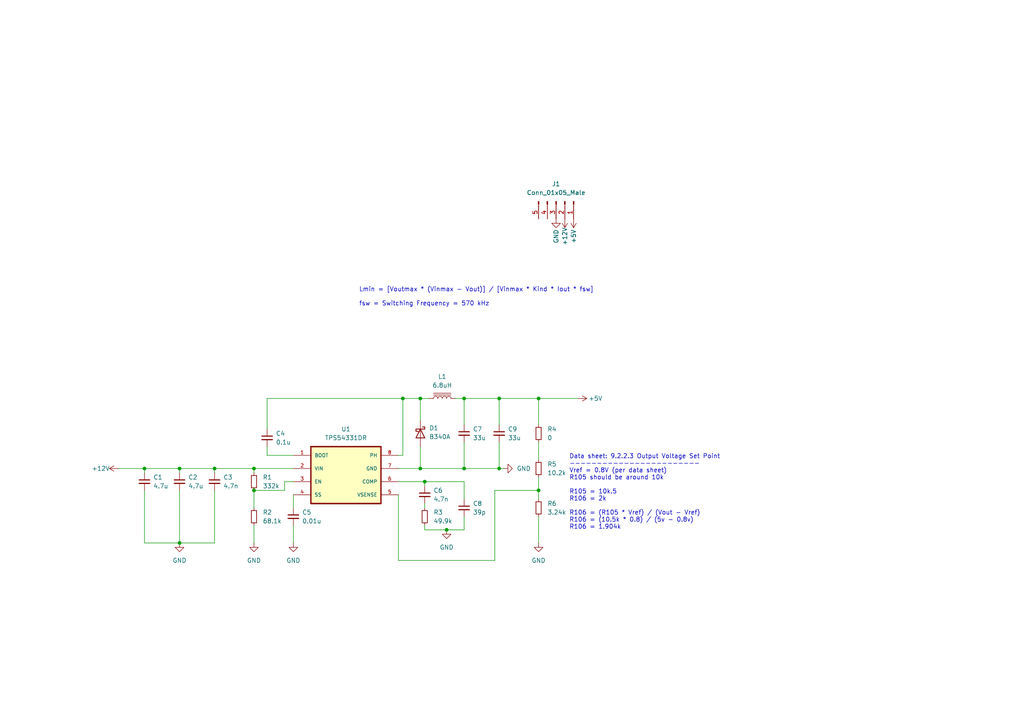
<source format=kicad_sch>
(kicad_sch (version 20211123) (generator eeschema)
  (paper "A4")
  (lib_symbols
    (symbol "Connector:Conn_01x05_Male" (pin_names (offset 1.016) hide)
      (property "Reference" "J" (at 0 7.62 0))
      (property "Value" "Conn_01x05_Male" (at 0 -7.62 0))
      (symbol "Conn_01x05_Male_1_1"
        (polyline (pts (xy 1.27 -5.08) (xy 0.8636 -5.08)) (stroke (width 0.1524)))
        (polyline (pts (xy 1.27 -2.54) (xy 0.8636 -2.54)) (stroke (width 0.1524)))
        (polyline (pts (xy 1.27 0) (xy 0.8636 0)) (stroke (width 0.1524)))
        (polyline (pts (xy 1.27 2.54) (xy 0.8636 2.54)) (stroke (width 0.1524)))
        (polyline (pts (xy 1.27 5.08) (xy 0.8636 5.08)) (stroke (width 0.1524)))
        (rectangle (start 0.8636 -4.953) (end 0 -5.207) (stroke (width 0.1524)) (fill (type outline)))
        (rectangle (start 0.8636 -2.413) (end 0 -2.667) (stroke (width 0.1524)) (fill (type outline)))
        (rectangle (start 0.8636 0.127) (end 0 -0.127) (stroke (width 0.1524)) (fill (type outline)))
        (rectangle (start 0.8636 2.667) (end 0 2.413) (stroke (width 0.1524)) (fill (type outline)))
        (rectangle (start 0.8636 5.207) (end 0 4.953) (stroke (width 0.1524)) (fill (type outline)))
        (pin passive line (at 5.08 5.08 180) (length 3.81) (name "Pin_1") (number "1"))
        (pin passive line (at 5.08 2.54 180) (length 3.81) (name "Pin_2") (number "2"))
        (pin passive line (at 5.08 0 180) (length 3.81) (name "Pin_3") (number "3"))
        (pin passive line (at 5.08 -2.54 180) (length 3.81) (name "Pin_4") (number "4"))
        (pin passive line (at 5.08 -5.08 180) (length 3.81) (name "Pin_5") (number "5"))
      )
    )
    (symbol "Device:C_Small" (pin_numbers hide) (pin_names (offset 0.254) hide)
      (property "Reference" "C" (at 0.254 1.778 0))
      (property "Value" "C_Small" (at 0.254 -2.032 0))
      (symbol "C_Small_0_1"
        (polyline (pts (xy -1.524 -0.508) (xy 1.524 -0.508)) (stroke (width 0.3302)))
        (polyline (pts (xy -1.524 0.508) (xy 1.524 0.508)) (stroke (width 0.3048)))
      )
      (symbol "C_Small_1_1"
        (pin passive line (at 0 2.54 270) (length 2.032) (name "~") (number "1"))
        (pin passive line (at 0 -2.54 90) (length 2.032) (name "~") (number "2"))
      )
    )
    (symbol "Device:L_Iron" (pin_numbers hide) (pin_names (offset 1.016) hide)
      (property "Reference" "L" (at -1.27 0 90))
      (property "Value" "L_Iron" (at 2.794 0 90))
      (symbol "L_Iron_0_1"
        (arc (start 0 -2.54) (mid 0.635 -1.905) (end 0 -1.27))
        (arc (start 0 -1.27) (mid 0.635 -0.635) (end 0 0))
        (polyline (pts (xy 1.016 2.54) (xy 1.016 -2.54)))
        (polyline (pts (xy 1.524 -2.54) (xy 1.524 2.54)))
        (arc (start 0 0) (mid 0.635 0.635) (end 0 1.27))
        (arc (start 0 1.27) (mid 0.635 1.905) (end 0 2.54))
      )
      (symbol "L_Iron_1_1"
        (pin passive line (at 0 3.81 270) (length 1.27) (name "1") (number "1"))
        (pin passive line (at 0 -3.81 90) (length 1.27) (name "2") (number "2"))
      )
    )
    (symbol "Device:R_Small" (pin_numbers hide) (pin_names (offset 0.254) hide)
      (property "Reference" "R" (at 0.762 0.508 0))
      (property "Value" "R_Small" (at 0.762 -1.016 0))
      (symbol "R_Small_0_1"
        (rectangle (start -0.762 1.778) (end 0.762 -1.778) (stroke (width 0.2032)))
      )
      (symbol "R_Small_1_1"
        (pin passive line (at 0 2.54 270) (length 0.762) (name "~") (number "1"))
        (pin passive line (at 0 -2.54 90) (length 0.762) (name "~") (number "2"))
      )
    )
    (symbol "Diode:B340" (pin_numbers hide) (pin_names (offset 1.016) hide)
      (property "Reference" "D" (at 0 2.54 0))
      (property "Value" "B340" (at 0 -2.54 0))
      (symbol "B340_0_1"
        (polyline (pts (xy 1.27 0) (xy -1.27 0)))
        (polyline (pts (xy 1.27 1.27) (xy 1.27 -1.27) (xy -1.27 0) (xy 1.27 1.27)) (stroke (width 0.254)))
        (polyline (pts (xy -1.905 0.635) (xy -1.905 1.27) (xy -1.27 1.27) (xy -1.27 -1.27) (xy -0.635 -1.27) (xy -0.635 -0.635)) (stroke (width 0.254)))
      )
      (symbol "B340_1_1"
        (pin passive line (at -3.81 0 0) (length 2.54) (name "K") (number "1"))
        (pin passive line (at 3.81 0 180) (length 2.54) (name "A") (number "2"))
      )
    )
    (symbol "TPS54331DR:TPS54331DR" (pin_names (offset 1.016))
      (property "Reference" "U" (at -12.7 12.7 0))
      (property "Value" "TPS54331DR" (at -5.08 12.7 0))
      (symbol "TPS54331DR_0_0"
        (rectangle (start -12.7 12.7) (end 7.62 -3.81) (stroke (width 0.4064)) (fill (type background)))
        (pin input line (at -17.78 10.16 0) (length 5.08) (name "BOOT") (number "1"))
        (pin input line (at -17.78 6.35 0) (length 5.08) (name "VIN") (number "2"))
        (pin input line (at -17.78 2.54 0) (length 5.08) (name "EN") (number "3"))
        (pin input line (at -17.78 -1.27 0) (length 5.08) (name "SS") (number "4"))
        (pin input line (at 12.7 -1.27 180) (length 5.08) (name "VSENSE") (number "5"))
        (pin output line (at 12.7 2.54 180) (length 5.08) (name "COMP") (number "6"))
        (pin power_in line (at 12.7 6.35 180) (length 5.08) (name "GND") (number "7"))
        (pin input line (at 12.7 10.16 180) (length 5.08) (name "PH") (number "8"))
      )
    )
    (symbol "power:+12V" (power) (pin_names (offset 0))
      (property "Value" "+12V" (at 0 3.556 0))
      (symbol "+12V_0_1"
        (polyline (pts (xy -0.762 1.27) (xy 0 2.54)))
        (polyline (pts (xy 0 0) (xy 0 2.54)))
        (polyline (pts (xy 0 2.54) (xy 0.762 1.27)))
      )
      (symbol "+12V_1_1"
        (pin power_in line (at 0 0 90) (length 0) hide (name "+12V") (number "1"))
      )
    )
    (symbol "power:+5V" (power) (pin_names (offset 0))
      (property "Value" "+5V" (at 0 3.556 0))
      (symbol "+5V_0_1"
        (polyline (pts (xy -0.762 1.27) (xy 0 2.54)))
        (polyline (pts (xy 0 0) (xy 0 2.54)))
        (polyline (pts (xy 0 2.54) (xy 0.762 1.27)))
      )
      (symbol "+5V_1_1"
        (pin power_in line (at 0 0 90) (length 0) hide (name "+5V") (number "1"))
      )
    )
    (symbol "power:GND" (power) (pin_names (offset 0))
      (property "Value" "GND" (at 0 -3.81 0))
      (symbol "GND_0_1"
        (polyline (pts (xy 0 0) (xy 0 -1.27) (xy 1.27 -1.27) (xy 0 -2.54) (xy -1.27 -1.27) (xy 0 -1.27)))
      )
      (symbol "GND_1_1"
        (pin power_in line (at 0 0 270) (length 0) hide (name "GND") (number "1"))
      )
    )
  )
  (junction (at 62.23 135.89))
  (junction (at 121.92 135.89))
  (junction (at 73.66 135.89))
  (junction (at 41.91 135.89))
  (junction (at 134.62 115.57))
  (junction (at 116.84 115.57))
  (junction (at 73.66 142.24))
  (junction (at 134.62 135.89))
  (junction (at 52.07 135.89))
  (junction (at 121.92 115.57))
  (junction (at 156.21 115.57))
  (junction (at 52.07 157.48))
  (junction (at 144.78 135.89))
  (junction (at 144.78 115.57))
  (junction (at 156.21 142.24))
  (junction (at 123.19 139.7))
  (junction (at 129.54 153.67))
  (wire (pts (xy 121.92 115.57) (xy 121.92 121.92)))
  (wire (pts (xy 82.55 142.24) (xy 73.66 142.24)))
  (wire (pts (xy 52.07 135.89) (xy 52.07 137.16)))
  (wire (pts (xy 82.55 139.7) (xy 82.55 142.24)))
  (wire (pts (xy 121.92 135.89) (xy 134.62 135.89)))
  (wire (pts (xy 115.57 135.89) (xy 121.92 135.89)))
  (wire (pts (xy 123.19 140.97) (xy 123.19 139.7)))
  (wire (pts (xy 52.07 135.89) (xy 62.23 135.89)))
  (wire (pts (xy 156.21 138.43) (xy 156.21 142.24)))
  (wire (pts (xy 41.91 142.24) (xy 41.91 157.48)))
  (wire (pts (xy 41.91 157.48) (xy 52.07 157.48)))
  (wire (pts (xy 41.91 135.89) (xy 52.07 135.89)))
  (wire (pts (xy 134.62 135.89) (xy 144.78 135.89)))
  (wire (pts (xy 144.78 115.57) (xy 156.21 115.57)))
  (wire (pts (xy 85.09 152.4) (xy 85.09 157.48)))
  (wire (pts (xy 34.29 135.89) (xy 41.91 135.89)))
  (wire (pts (xy 116.84 115.57) (xy 121.92 115.57)))
  (wire (pts (xy 143.51 142.24) (xy 156.21 142.24)))
  (wire (pts (xy 156.21 115.57) (xy 167.64 115.57)))
  (wire (pts (xy 123.19 147.32) (xy 123.19 146.05)))
  (wire (pts (xy 73.66 142.24) (xy 73.66 147.32)))
  (wire (pts (xy 134.62 115.57) (xy 144.78 115.57)))
  (wire (pts (xy 123.19 139.7) (xy 134.62 139.7)))
  (wire (pts (xy 85.09 139.7) (xy 82.55 139.7)))
  (wire (pts (xy 62.23 142.24) (xy 62.23 157.48)))
  (wire (pts (xy 121.92 135.89) (xy 121.92 129.54)))
  (wire (pts (xy 121.92 115.57) (xy 124.46 115.57)))
  (wire (pts (xy 73.66 152.4) (xy 73.66 157.48)))
  (wire (pts (xy 85.09 143.51) (xy 85.09 147.32)))
  (wire (pts (xy 144.78 135.89) (xy 144.78 128.27)))
  (wire (pts (xy 132.08 115.57) (xy 134.62 115.57)))
  (wire (pts (xy 156.21 142.24) (xy 156.21 144.78)))
  (wire (pts (xy 129.54 153.67) (xy 134.62 153.67)))
  (wire (pts (xy 156.21 115.57) (xy 156.21 123.19)))
  (wire (pts (xy 123.19 153.67) (xy 129.54 153.67)))
  (wire (pts (xy 62.23 135.89) (xy 73.66 135.89)))
  (wire (pts (xy 77.47 124.46) (xy 77.47 115.57)))
  (wire (pts (xy 116.84 132.08) (xy 116.84 115.57)))
  (wire (pts (xy 156.21 149.86) (xy 156.21 157.48)))
  (wire (pts (xy 146.05 135.89) (xy 144.78 135.89)))
  (wire (pts (xy 62.23 157.48) (xy 52.07 157.48)))
  (wire (pts (xy 62.23 135.89) (xy 62.23 137.16)))
  (wire (pts (xy 134.62 128.27) (xy 134.62 135.89)))
  (wire (pts (xy 77.47 115.57) (xy 116.84 115.57)))
  (wire (pts (xy 77.47 132.08) (xy 77.47 129.54)))
  (wire (pts (xy 143.51 162.56) (xy 143.51 142.24)))
  (wire (pts (xy 52.07 142.24) (xy 52.07 157.48)))
  (wire (pts (xy 144.78 115.57) (xy 144.78 123.19)))
  (wire (pts (xy 123.19 152.4) (xy 123.19 153.67)))
  (wire (pts (xy 115.57 162.56) (xy 143.51 162.56)))
  (wire (pts (xy 115.57 143.51) (xy 115.57 162.56)))
  (wire (pts (xy 115.57 132.08) (xy 116.84 132.08)))
  (wire (pts (xy 156.21 128.27) (xy 156.21 133.35)))
  (wire (pts (xy 134.62 153.67) (xy 134.62 149.86)))
  (wire (pts (xy 85.09 132.08) (xy 77.47 132.08)))
  (wire (pts (xy 134.62 139.7) (xy 134.62 144.78)))
  (wire (pts (xy 73.66 135.89) (xy 73.66 137.16)))
  (wire (pts (xy 41.91 135.89) (xy 41.91 137.16)))
  (wire (pts (xy 115.57 139.7) (xy 123.19 139.7)))
  (wire (pts (xy 134.62 115.57) (xy 134.62 123.19)))
  (wire (pts (xy 73.66 135.89) (xy 85.09 135.89)))
  (text "Data sheet: 9.2.2.3 Output Voltage Set Point\n------------------------\nVref = 0.8V (per data sheet)\nR105 should be around 10k\n\nR105 = 10k.5\nR106 = 2k\n\nR106 = (R105 * Vref) / (Vout - Vref)\nR106 = (10.5k * 0.8) / (5v - 0.8v)\nR106 = 1.904k\n" (at 165.1 153.67 0) (effects (font (size 1.27 1.27)) (justify left bottom)))
  (text "Lmin = [Voutmax * (Vinmax - Vout)] / [Vinmax * Kind * Iout * fsw]\n\nfsw = Switching Frequency = 570 kHz\n" (at 104.14 88.9 0) (effects (font (size 1.27 1.27)) (justify left bottom)))
  (symbol (lib_id "Device:C_Small") (at 134.62 147.32 0) (unit 1)
    (property "Reference" "C8" (at 137.16 146.0562 0) (effects (justify left)))
    (property "Value" "39p" (at 137.16 148.5962 0) (effects (justify left)))
    (property "Footprint" "Capacitor_SMD:C_0805_2012Metric" (effects hide))
  )
  (symbol (lib_id "Device:C_Small") (at 41.91 139.7 0) (unit 1)
    (property "Reference" "C1" (at 44.45 138.4362 0) (effects (justify left)))
    (property "Value" "4.7u" (at 44.45 140.9762 0) (effects (justify left)))
    (property "Footprint" "Capacitor_SMD:C_0805_2012Metric" (effects hide))
    (property "LCSC" "C1779" (effects hide))
  )
  (symbol (lib_id "power:GND") (at 146.05 135.89 90) (unit 1)
    (property "Reference" "#PWR0106" (effects hide))
    (property "Value" "GND" (at 149.86 135.8899 90) (effects (justify right)))
  )
  (symbol (lib_id "power:+5V") (at 166.37 63.5 180) (unit 1)
    (property "Reference" "#PWR04" (effects hide))
    (property "Value" "+5V" (at 166.37 68.58 90))
  )
  (symbol (lib_id "power:+12V") (at 163.83 63.5 180) (unit 1)
    (property "Reference" "#PWR03" (effects hide))
    (property "Value" "+12V" (at 163.83 68.58 90))
  )
  (symbol (lib_id "Connector:Conn_01x05_Male") (at 161.29 58.42 270) (unit 1)
    (property "Reference" "J1" (at 161.29 53.34 90))
    (property "Value" "Conn_01x05_Male" (at 161.29 55.88 90))
    (property "Footprint" "Connector_PinSocket_2.54mm:PinSocket_1x05_P2.54mm_Vertical" (effects hide))
  )
  (symbol (lib_id "power:GND") (at 73.66 157.48 0) (unit 1)
    (property "Reference" "#PWR0102" (effects hide))
    (property "Value" "GND" (at 73.66 162.56 0))
  )
  (symbol (lib_id "power:+5V") (at 167.64 115.57 270) (unit 1)
    (property "Reference" "#PWR05" (effects hide))
    (property "Value" "+5V" (at 172.72 115.57 90))
  )
  (symbol (lib_id "Device:C_Small") (at 134.62 125.73 0) (unit 1)
    (property "Reference" "C7" (at 137.16 124.4662 0) (effects (justify left)))
    (property "Value" "33u" (at 137.16 127.0062 0) (effects (justify left)))
    (property "Footprint" "Capacitor_SMD:C_0805_2012Metric" (effects hide))
    (property "LCSC" "C342635" (effects hide))
  )
  (symbol (lib_id "power:GND") (at 52.07 157.48 0) (unit 1)
    (property "Reference" "#PWR0103" (effects hide))
    (property "Value" "GND" (at 52.07 162.56 0))
  )
  (symbol (lib_id "Device:R_Small") (at 156.21 147.32 0) (unit 1)
    (property "Reference" "R6" (at 158.75 146.0499 0) (effects (justify left)))
    (property "Value" "3.24k" (at 158.75 148.5899 0) (effects (justify left)))
    (property "Footprint" "Resistor_SMD:R_0805_2012Metric" (effects hide))
  )
  (symbol (lib_id "power:GND") (at 85.09 157.48 0) (unit 1)
    (property "Reference" "#PWR0101" (effects hide))
    (property "Value" "GND" (at 85.09 162.56 0))
  )
  (symbol (lib_id "Device:R_Small") (at 73.66 139.7 0) (unit 1)
    (property "Reference" "R1" (at 76.2 138.4299 0) (effects (justify left)))
    (property "Value" "332k" (at 76.2 140.9699 0) (effects (justify left)))
    (property "Footprint" "Resistor_SMD:R_0805_2012Metric" (effects hide))
  )
  (symbol (lib_id "Diode:B340") (at 121.92 125.73 270) (unit 1)
    (property "Reference" "D1" (at 124.46 124.1424 90) (effects (justify left)))
    (property "Value" "B340A" (at 124.46 126.6824 90) (effects (justify left)))
    (property "Footprint" "Diode_SMD:D_SMA" (effects hide))
    (property "Datasheet" "http://www.jameco.com/Jameco/Products/ProdDS/1538777.pdf" (effects hide))
    (property "LCSC" "C64982" (effects hide))
  )
  (symbol (lib_id "power:+12V") (at 34.29 135.89 90) (unit 1)
    (property "Reference" "#PWR01" (effects hide))
    (property "Value" "+12V" (at 29.21 135.89 90))
  )
  (symbol (lib_id "Device:R_Small") (at 156.21 125.73 0) (unit 1)
    (property "Reference" "R4" (at 158.75 124.4599 0) (effects (justify left)))
    (property "Value" "0" (at 158.75 126.9999 0) (effects (justify left)))
    (property "Footprint" "Resistor_SMD:R_0805_2012Metric" (effects hide))
  )
  (symbol (lib_id "Device:C_Small") (at 62.23 139.7 0) (unit 1)
    (property "Reference" "C3" (at 64.77 138.4362 0) (effects (justify left)))
    (property "Value" "4.7n" (at 64.77 140.9762 0) (effects (justify left)))
    (property "Footprint" "Capacitor_SMD:C_0805_2012Metric" (effects hide))
    (property "LCSC" "C1744" (effects hide))
  )
  (symbol (lib_id "Device:C_Small") (at 144.78 125.73 0) (unit 1)
    (property "Reference" "C9" (at 147.32 124.4662 0) (effects (justify left)))
    (property "Value" "33u" (at 147.32 127.0062 0) (effects (justify left)))
    (property "Footprint" "Capacitor_SMD:C_0805_2012Metric" (effects hide))
    (property "LCSC" "C342635" (effects hide))
  )
  (symbol (lib_id "Device:R_Small") (at 73.66 149.86 0) (unit 1)
    (property "Reference" "R2" (at 76.2 148.5899 0) (effects (justify left)))
    (property "Value" "68.1k" (at 76.2 151.1299 0) (effects (justify left)))
    (property "Footprint" "Resistor_SMD:R_0805_2012Metric" (effects hide))
  )
  (symbol (lib_id "Device:C_Small") (at 123.19 143.51 0) (unit 1)
    (property "Reference" "C6" (at 125.73 142.2462 0) (effects (justify left)))
    (property "Value" "4.7n" (at 125.73 144.7862 0) (effects (justify left)))
    (property "Footprint" "Capacitor_SMD:C_0805_2012Metric" (effects hide))
    (property "LCSC" "C1744" (effects hide))
  )
  (symbol (lib_id "Device:R_Small") (at 156.21 135.89 0) (unit 1)
    (property "Reference" "R5" (at 158.75 134.6199 0) (effects (justify left)))
    (property "Value" "10.2k" (at 158.75 137.1599 0) (effects (justify left)))
    (property "Footprint" "Resistor_SMD:R_0805_2012Metric" (effects hide))
  )
  (symbol (lib_id "Device:R_Small") (at 123.19 149.86 0) (unit 1)
    (property "Reference" "R3" (at 125.73 148.5899 0) (effects (justify left)))
    (property "Value" "49.9k" (at 125.73 151.1299 0) (effects (justify left)))
    (property "Footprint" "Resistor_SMD:R_0805_2012Metric" (effects hide))
  )
  (symbol (lib_id "Device:L_Iron") (at 128.27 115.57 90) (unit 1)
    (property "Reference" "L1" (at 128.27 109.22 90))
    (property "Value" "6.8uH" (at 128.27 111.76 90))
    (property "Footprint" "raspberrypi_supercap_ups_lib:Sunltech_SLO0530H" (effects hide))
    (property "LCSC" "C325965" (effects hide))
  )
  (symbol (lib_id "power:GND") (at 161.29 63.5 0) (unit 1)
    (property "Reference" "#PWR02" (effects hide))
    (property "Value" "GND" (at 161.29 68.58 90))
  )
  (symbol (lib_id "TPS54331DR:TPS54331DR") (at 102.87 142.24 0) (unit 1)
    (property "Reference" "U1" (at 100.33 124.46 0))
    (property "Value" "TPS54331DR" (at 100.33 127 0))
    (property "Footprint" "SOIC127P599X175-8N" (effects hide))
    (property "LCSC" "C9865" (effects hide))
  )
  (symbol (lib_id "power:GND") (at 129.54 153.67 0) (unit 1)
    (property "Reference" "#PWR0104" (effects hide))
    (property "Value" "GND" (at 129.54 158.75 0))
  )
  (symbol (lib_id "Device:C_Small") (at 77.47 127 0) (unit 1)
    (property "Reference" "C4" (at 80.01 125.7362 0) (effects (justify left)))
    (property "Value" "0.1u" (at 80.01 128.2762 0) (effects (justify left)))
    (property "Footprint" "Capacitor_SMD:C_0805_2012Metric" (effects hide))
    (property "LCSC" "C28233" (effects hide))
  )
  (symbol (lib_id "power:GND") (at 156.21 157.48 0) (unit 1)
    (property "Reference" "#PWR0105" (effects hide))
    (property "Value" "GND" (at 156.21 162.56 0))
  )
  (symbol (lib_id "Device:C_Small") (at 85.09 149.86 0) (unit 1)
    (property "Reference" "C5" (at 87.63 148.5962 0) (effects (justify left)))
    (property "Value" "0.01u" (at 87.63 151.1362 0) (effects (justify left)))
    (property "Footprint" "Capacitor_SMD:C_0805_2012Metric" (effects hide))
    (property "LCSC" "C1710" (effects hide))
  )
  (symbol (lib_id "Device:C_Small") (at 52.07 139.7 0) (unit 1)
    (property "Reference" "C2" (at 54.61 138.4362 0) (effects (justify left)))
    (property "Value" "4.7u" (at 54.61 140.9762 0) (effects (justify left)))
    (property "Footprint" "Capacitor_SMD:C_0805_2012Metric" (effects hide))
    (property "LCSC" "C1779" (effects hide))
  )
)
</source>
